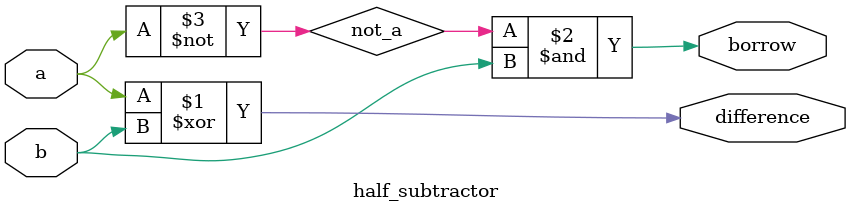
<source format=v>

module half_subtractor(input a, b, output difference, borrow);
  wire not_a;
  
  /* assign difference = a ^ b;
     assign borrow = ~a & b; */
  xor(difference, a, b );
  not(not_a, a);
  and(borrow, not_a, b);

endmodule

</source>
